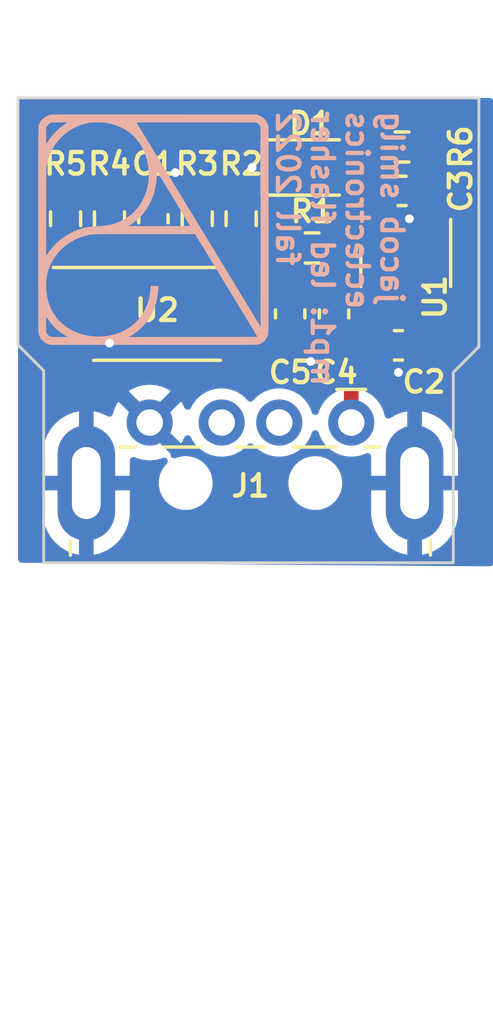
<source format=kicad_pcb>
(kicad_pcb (version 20211014) (generator pcbnew)
  (layers (0 "F.Cu" signal) (31 "B.Cu" signal) (34 "B.Paste" user) (35 "F.Paste" user) (36 "B.SilkS" user "B.Silkscreen") (37 "F.SilkS" user "F.Silkscreen") (38 "B.Mask" user) (39 "F.Mask" user) (44 "Edge.Cuts" user))
  (net 0 "")
  (net 1 "GND")
  (net 2 "+5V")
  (net 3 "Net-(D1-Pad2)")
  (net 6 "Net-(R1-Pad2)")
  (net 7 "/Vref")
  (net 8 "Net-(R3-Pad2)")
  (net 9 "Net-(C1-Pad1)")
  (net 10 "Net-(R4-Pad2)")
  (net 11 "/Vcc")
  (footprint "Package_SO:TSSOP-8_4.4x3mm_P0.65mm" (layer "F.Cu") (at 178.435 97.536)
    (fp_text reference "U2" (at 0 -0.127) (layer "F.SilkS") (effects (font (size 0.75 0.75))))
    (fp_text value "MCP6022")
    (fp_line (start 0 1.61) (end -2.2 1.61) (layer "F.SilkS") (width 0.12))
    (fp_line (start 0 1.61) (end 2.2 1.61) (layer "F.SilkS") (width 0.12))
    (fp_line (start 0 -1.61) (end -3.6 -1.61) (layer "F.SilkS") (width 0.12))
    (fp_line (start 0 -1.61) (end 2.2 -1.61) (layer "F.SilkS") (width 0.12))
    (pad "1" smd roundrect (at -2.8625 -0.975) (size 1.475 0.4) (layers "F.Cu" "F.Paste" "F.Mask") (net 7 "/Vref"))
    (pad "2" smd roundrect (at -2.8625 -0.325) (size 1.475 0.4) (layers "F.Cu" "F.Paste" "F.Mask") (net 7 "/Vref"))
    (pad "3" smd roundrect (at -2.8625 0.325) (size 1.475 0.4) (layers "F.Cu" "F.Paste" "F.Mask") (net 6 "Net-(R1-Pad2)"))
    (pad "4" smd roundrect (at -2.8625 0.975) (size 1.475 0.4) (layers "F.Cu" "F.Paste" "F.Mask") (net 1 "GND"))
    (pad "5" smd roundrect (at 2.8625 0.975) (size 1.475 0.4) (layers "F.Cu" "F.Paste" "F.Mask") (net 10 "Net-(R4-Pad2)"))
    (pad "6" smd roundrect (at 2.8625 0.325) (size 1.475 0.4) (layers "F.Cu" "F.Paste" "F.Mask") (net 9 "Net-(C1-Pad1)"))
    (pad "7" smd roundrect (at 2.8625 -0.325) (size 1.475 0.4) (layers "F.Cu" "F.Paste" "F.Mask") (net 8 "Net-(R3-Pad2)"))
    (pad "8" smd roundrect (at 2.8625 -0.975) (size 1.475 0.4) (layers "F.Cu" "F.Paste" "F.Mask") (net 11 "/Vcc"))
  )
  (footprint "Capacitor_SMD:C_0603_1608Metric" (layer "F.Cu") (at 186.817 98.6282)
    (fp_text reference "C2" (at 0.889 1.27 180) (layer "F.SilkS") (effects (font (size 0.75 0.75))))
    (fp_text value "1μF")
    (fp_line (start -0.14058 -0.51) (end 0.14058 -0.51) (layer "F.SilkS") (width 0.12))
    (fp_line (start -0.14058 0.51) (end 0.14058 0.51) (layer "F.SilkS") (width 0.12))
    (pad "1" smd roundrect (at -0.775 0) (size 0.9 0.95) (layers "F.Cu" "F.Paste" "F.Mask") (net 2 "+5V"))
    (pad "2" smd roundrect (at 0.775 0) (size 0.9 0.95) (layers "F.Cu" "F.Paste" "F.Mask") (net 1 "GND"))
  )
  (footprint "Diode_SMD:D_0805_2012Metric" (layer "F.Cu") (at 183.769 92.456)
    (fp_text reference "D1" (at 0 -1.524) (layer "F.SilkS") (effects (font (size 0.75 0.75))))
    (fp_text value "LED")
    (fp_line (start 1 -0.96) (end -1.685 -0.96) (layer "F.SilkS") (width 0.12))
    (fp_line (start -1.685 -0.96) (end -1.685 0.96) (layer "F.SilkS") (width 0.12))
    (fp_line (start -1.685 0.96) (end 1 0.96) (layer "F.SilkS") (width 0.12))
    (pad "1" smd roundrect (at -0.9375 0) (size 0.975 1.4) (layers "F.Cu" "F.Paste" "F.Mask") (net 1 "GND"))
    (pad "2" smd roundrect (at 0.9375 0) (size 0.975 1.4) (layers "F.Cu" "F.Paste" "F.Mask") (net 3 "Net-(D1-Pad2)"))
  )
  (footprint "Capacitor_SMD:C_0603_1608Metric" (layer "F.Cu") (at 178.308 94.234 90)
    (fp_text reference "C1" (at 1.905 0 180) (layer "F.SilkS") (effects (font (size 0.75 0.75))))
    (fp_text value "0.1μF")
    (fp_line (start -0.14058 0.51) (end 0.14058 0.51) (layer "F.SilkS") (width 0.12))
    (fp_line (start -0.14058 -0.51) (end 0.14058 -0.51) (layer "F.SilkS") (width 0.12))
    (pad "1" smd roundrect (at -0.775 0 90) (size 0.9 0.95) (layers "F.Cu" "F.Paste" "F.Mask") (net 9 "Net-(C1-Pad1)"))
    (pad "2" smd roundrect (at 0.775 0 90) (size 0.9 0.95) (layers "F.Cu" "F.Paste" "F.Mask") (net 1 "GND"))
  )
  (footprint "Resistor_SMD:R_0603_1608Metric" (layer "F.Cu") (at 183.8198 95.25 180)
    (fp_text reference "R1" (at 0 1.27) (layer "F.SilkS") (effects (font (size 0.75 0.75))))
    (fp_text value "10KΩ")
    (fp_line (start -0.237258 -0.5225) (end 0.237258 -0.5225) (layer "F.SilkS") (width 0.12))
    (fp_line (start -0.237258 0.5225) (end 0.237258 0.5225) (layer "F.SilkS") (width 0.12))
    (pad "1" smd roundrect (at -0.825 0 180) (size 0.8 0.95) (layers "F.Cu" "F.Paste" "F.Mask") (net 11 "/Vcc"))
    (pad "2" smd roundrect (at 0.825 0 180) (size 0.8 0.95) (layers "F.Cu" "F.Paste" "F.Mask") (net 6 "Net-(R1-Pad2)"))
  )
  (footprint "Resistor_SMD:R_0603_1608Metric" (layer "F.Cu") (at 175.26 94.234 -90)
    (fp_text reference "R5" (at -1.905 0 180) (layer "F.SilkS") (effects (font (size 0.75 0.75))))
    (fp_text value "20KΩ")
    (fp_line (start -0.237258 0.5225) (end 0.237258 0.5225) (layer "F.SilkS") (width 0.12))
    (fp_line (start -0.237258 -0.5225) (end 0.237258 -0.5225) (layer "F.SilkS") (width 0.12))
    (pad "1" smd roundrect (at -0.825 0 270) (size 0.8 0.95) (layers "F.Cu" "F.Paste" "F.Mask") (net 10 "Net-(R4-Pad2)"))
    (pad "2" smd roundrect (at 0.825 0 270) (size 0.8 0.95) (layers "F.Cu" "F.Paste" "F.Mask") (net 7 "/Vref"))
  )
  (footprint "Resistor_SMD:R_0603_1608Metric" (layer "F.Cu") (at 176.784 94.234 -90)
    (fp_text reference "R4" (at -1.905 0) (layer "F.SilkS") (effects (font (size 0.75 0.75))))
    (fp_text value "9530Ω")
    (fp_line (start -0.237258 0.5225) (end 0.237258 0.5225) (layer "F.SilkS") (width 0.12))
    (fp_line (start -0.237258 -0.5225) (end 0.237258 -0.5225) (layer "F.SilkS") (width 0.12))
    (pad "1" smd roundrect (at -0.825 0 270) (size 0.8 0.95) (layers "F.Cu" "F.Paste" "F.Mask") (net 8 "Net-(R3-Pad2)"))
    (pad "2" smd roundrect (at 0.825 0 270) (size 0.8 0.95) (layers "F.Cu" "F.Paste" "F.Mask") (net 10 "Net-(R4-Pad2)"))
  )
  (footprint "Resistor_SMD:R_0603_1608Metric" (layer "F.Cu") (at 181.356 94.234 90)
    (fp_text reference "R2" (at 1.905 0 180) (layer "F.SilkS") (effects (font (size 0.75 0.75))))
    (fp_text value "14.3KΩ")
    (fp_line (start -0.237258 0.5225) (end 0.237258 0.5225) (layer "F.SilkS") (width 0.12))
    (fp_line (start -0.237258 -0.5225) (end 0.237258 -0.5225) (layer "F.SilkS") (width 0.12))
    (pad "1" smd roundrect (at -0.825 0 90) (size 0.8 0.95) (layers "F.Cu" "F.Paste" "F.Mask") (net 6 "Net-(R1-Pad2)"))
    (pad "2" smd roundrect (at 0.825 0 90) (size 0.8 0.95) (layers "F.Cu" "F.Paste" "F.Mask") (net 1 "GND"))
  )
  (footprint "Package_TO_SOT_SMD:SOT-23" (layer "F.Cu") (at 187.071 95.9358 -90)
    (fp_text reference "U1" (at 1.016 -1.016 90) (layer "F.SilkS") (effects (font (size 0.75 0.75))))
    (fp_text value "MCP1702-3302E_SOT23")
    (fp_line (start 0 1.56) (end -0.65 1.56) (layer "F.SilkS") (width 0.12))
    (fp_line (start 0 -1.56) (end -1.675 -1.56) (layer "F.SilkS") (width 0.12))
    (fp_line (start 0 -1.56) (end 0.65 -1.56) (layer "F.SilkS") (width 0.12))
    (fp_line (start 0 1.56) (end 0.65 1.56) (layer "F.SilkS") (width 0.12))
    (pad "1" smd roundrect (at -0.9375 -0.95 270) (size 1.475 0.6) (layers "F.Cu" "F.Paste" "F.Mask") (net 1 "GND"))
    (pad "2" smd roundrect (at -0.9375 0.95 270) (size 1.475 0.6) (layers "F.Cu" "F.Paste" "F.Mask") (net 11 "/Vcc"))
    (pad "3" smd roundrect (at 0.9375 0 270) (size 1.475 0.6) (layers "F.Cu" "F.Paste" "F.Mask") (net 2 "+5V"))
  )
  (footprint "Capacitor_SMD:C_0603_1608Metric" (layer "F.Cu") (at 186.944 93.2688)
    (fp_text reference "C3" (at 2.032 0 270) (layer "F.SilkS") (effects (font (size 0.75 0.75))))
    (fp_text value "1μF")
    (fp_line (start -0.14058 0.51) (end 0.14058 0.51) (layer "F.SilkS") (width 0.12))
    (fp_line (start -0.14058 -0.51) (end 0.14058 -0.51) (layer "F.SilkS") (width 0.12))
    (pad "1" smd roundrect (at -0.775 0) (size 0.9 0.95) (layers "F.Cu" "F.Paste" "F.Mask") (net 11 "/Vcc"))
    (pad "2" smd roundrect (at 0.775 0) (size 0.9 0.95) (layers "F.Cu" "F.Paste" "F.Mask") (net 1 "GND"))
  )
  (footprint "Resistor_SMD:R_0603_1608Metric" (layer "F.Cu") (at 186.944 91.7448 180)
    (fp_text reference "R6" (at -2.032 0 270) (layer "F.SilkS") (effects (font (size 0.75 0.75))))
    (fp_text value "69.8Ω")
    (fp_line (start -0.237258 0.5225) (end 0.237258 0.5225) (layer "F.SilkS") (width 0.12))
    (fp_line (start -0.237258 -0.5225) (end 0.237258 -0.5225) (layer "F.SilkS") (width 0.12))
    (pad "1" smd roundrect (at -0.825 0 180) (size 0.8 0.95) (layers "F.Cu" "F.Paste" "F.Mask") (net 8 "Net-(R3-Pad2)"))
    (pad "2" smd roundrect (at 0.825 0 180) (size 0.8 0.95) (layers "F.Cu" "F.Paste" "F.Mask") (net 3 "Net-(D1-Pad2)"))
  )
  (footprint "Capacitor_SMD:C_0603_1608Metric" (layer "F.Cu") (at 184.5818 97.536 -90)
    (fp_text reference "C4" (at 2.032 -0.0762 180) (layer "F.SilkS") (effects (font (size 0.75 0.75))))
    (fp_text value "1μF")
    (fp_line (start -0.14058 0.51) (end 0.14058 0.51) (layer "F.SilkS") (width 0.12))
    (fp_line (start -0.14058 -0.51) (end 0.14058 -0.51) (layer "F.SilkS") (width 0.12))
    (pad "1" smd roundrect (at -0.775 0 270) (size 0.9 0.95) (layers "F.Cu" "F.Paste" "F.Mask") (net 11 "/Vcc"))
    (pad "2" smd roundrect (at 0.775 0 270) (size 0.9 0.95) (layers "F.Cu" "F.Paste" "F.Mask") (net 1 "GND"))
  )
  (footprint "MP1:USB_A_Molex_48037" (layer "F.Cu") (at 181.679 103.407)
    (fp_text reference "J1" (at 0 0.098) (layer "F.SilkS") (effects (font (size 0.75 0.75))))
    (fp_text value "USB_A")
    (fp_line (start -6.25 2.5) (end -6.25 2) (layer "F.SilkS") (width 0.12))
    (fp_line (start 6.25 2.5) (end 6.25 2) (layer "F.SilkS") (width 0.12))
    (fp_line (start -4 -1.25) (end -4.5 -1.25) (layer "F.SilkS") (width 0.12))
    (fp_line (start -0.5 -1.25) (end 0.5 -1.25) (layer "F.SilkS") (width 0.12))
    (fp_line (start 3 -3.25) (end 4 -3.25) (layer "F.SilkS") (width 0.12))
    (fp_line (start -3 -1.25) (end -1.75 -1.25) (layer "F.SilkS") (width 0.12))
    (fp_line (start 1.5 -1.25) (end 3 -1.25) (layer "F.SilkS") (width 0.12))
    (fp_line (start 4 -1.25) (end 4.5 -1.25) (layer "F.SilkS") (width 0.12))
    (pad "" np_thru_hole circle (at 2.25 0) (size 1.1 1.1) (drill 1.1) (layers F&B.Cu *.Mask))
    (pad "" np_thru_hole circle (at -2.25 0) (size 1.1 1.1) (drill 1.1) (layers F&B.Cu *.Mask))
    (pad "1" thru_hole circle (at 3.5 -2.1) (size 1.6 1.6) (drill 0.92) (layers *.Cu *.Mask) (net 2 "+5V"))
    (pad "2" thru_hole circle (at 1 -2.1) (size 1.6 1.6) (drill 0.92) (layers *.Cu *.Mask))
    (pad "3" thru_hole circle (at -1 -2.1) (size 1.6 1.6) (drill 0.92) (layers *.Cu *.Mask))
    (pad "4" thru_hole circle (at -3.5 -2.1) (size 1.6 1.6) (drill 0.92) (layers *.Cu *.Mask) (net 1 "GND"))
    (pad "5" thru_hole roundrect (at 5.7 0) (size 2 4) (drill oval 1 2.5) (layers *.Cu *.Mask) (roundrect_rratio 0.5) (net 1 "GND"))
    (pad "5" thru_hole roundrect (at -5.7 0) (size 2 4) (drill oval 1 2.5) (layers *.Cu *.Mask) (roundrect_rratio 0.5) (net 1 "GND"))
  )
  (footprint "Resistor_SMD:R_0603_1608Metric" (layer "F.Cu") (at 179.832 94.234 -90)
    (fp_text reference "R3" (at -1.905 0) (layer "F.SilkS") (effects (font (size 0.75 0.75))))
    (fp_text value "3.01MΩ")
    (fp_line (start -0.237258 0.5225) (end 0.237258 0.5225) (layer "F.SilkS") (width 0.12))
    (fp_line (start -0.237258 -0.5225) (end 0.237258 -0.5225) (layer "F.SilkS") (width 0.12))
    (pad "1" smd roundrect (at -0.825 0 270) (size 0.8 0.95) (layers "F.Cu" "F.Paste" "F.Mask") (net 9 "Net-(C1-Pad1)"))
    (pad "2" smd roundrect (at 0.825 0 270) (size 0.8 0.95) (layers "F.Cu" "F.Paste" "F.Mask") (net 8 "Net-(R3-Pad2)"))
  )
  (footprint "Capacitor_SMD:C_0603_1608Metric" (layer "F.Cu") (at 183.0578 97.536 -90)
    (fp_text reference "C5" (at 2.032 0 180) (layer "F.SilkS") (effects (font (size 0.75 0.75))))
    (fp_text value "0.1μF")
    (fp_line (start -0.14058 -0.51) (end 0.14058 -0.51) (layer "F.SilkS") (width 0.12))
    (fp_line (start -0.14058 0.51) (end 0.14058 0.51) (layer "F.SilkS") (width 0.12))
    (pad "1" smd roundrect (at -0.775 0 270) (size 0.9 0.95) (layers "F.Cu" "F.Paste" "F.Mask") (net 11 "/Vcc"))
    (pad "2" smd roundrect (at 0.775 0 270) (size 0.9 0.95) (layers "F.Cu" "F.Paste" "F.Mask") (net 1 "GND"))
  )
  (footprint "LOGO" (layer "B.Cu") (at 178.308 94.615 90)
    (fp_text reference "G***" hide)
    (fp_text value "LOGO" hide)
    (fp_poly (pts (xy -1.819928 4.000274) (xy -1.635099 4.000215) (xy -1.43809 4.000127) (xy -1.228501 4.000016) (xy -1.005932 3.999887) (xy -0.76998 3.999743) (xy -0.520247 3.99959) (xy -0.25633 3.999432) (xy 0.022171 3.999274) (xy 0.022478 3.999274) (xy 3.585222 3.997315) (xy 3.645163 3.976902) (xy 3.72842 3.94112) (xy 3.802 3.893987) (xy 3.865426 3.835978) (xy 3.918223 3.767571) (xy 3.959913 3.68924) (xy 3.976903 3.645162) (xy 3.997316 3.585221) (xy 3.99936 0.041209) (xy 3.999516 -0.235332) (xy 3.999657 -0.497286) (xy 3.999781 -0.745052) (xy 3.999888 -0.979028) (xy 3.999976 -1.199613) (xy 4.000044 -1.407206) (xy 4.000092 -1.602204) (xy 4.000117 -1.785006) (xy 4.000119 -1.956012) (xy 4.000097 -2.115619) (xy 4.00005 -2.264225) (xy 3.999976 -2.40223) (xy 3.999875 -2.530032) (xy 3.999745 -2.64803) (xy 3.999586 -2.756621) (xy 3.999395 -2.856205) (xy 3.999173 -2.947179) (xy 3.998918 -3.029943) (xy 3.998629 -3.104896) (xy 3.998305 -3.172434) (xy 3.997944 -3.232958) (xy 3.997546 -3.286865) (xy 3.99711 -3.334554) (xy 3.996634 -3.376424) (xy 3.996118 -3.412873) (xy 3.99556 -3.444299) (xy 3.994959 -3.471101) (xy 3.994314 -3.493678) (xy 3.993624 -3.512428) (xy 3.992888 -3.52775) (xy 3.992105 -3.540042) (xy 3.991273 -3.549702) (xy 3.990392 -3.55713) (xy 3.989461 -3.562723) (xy 3.989457 -3.562744) (xy 3.9678 -3.644671) (xy 3.936581 -3.717402) (xy 3.894033 -3.784245) (xy 3.83839 -3.848508) (xy 3.834999 -3.851948) (xy 3.801612 -3.883822) (xy 3.771245 -3.907944) (xy 3.737992 -3.928599) (xy 3.707624 -3.944385) (xy 3.699353 -3.948739) (xy 3.692386 -3.952866) (xy 3.686322 -3.95677) (xy 3.680758 -3.960458) (xy 3.675295 -3.963937) (xy 3.66953 -3.967212) (xy 3.663064 -3.970289) (xy 3.655493 -3.973174) (xy 3.646418 -3.975873) (xy 3.635437 -3.978393) (xy 3.622148 -3.980739) (xy 3.606151 -3.982918) (xy 3.587045 -3.984935) (xy 3.564427 -3.986796) (xy 3.537897 -3.988508) (xy 3.507054 -3.990077) (xy 3.471497 -3.991509) (xy 3.430823 -3.992809) (xy 3.384633 -3.993983) (xy 3.332524 -3.995039) (xy 3.274096 -3.995981) (xy 3.208947 -3.996816) (xy 3.136676 -3.99755) (xy 3.056882 -3.998189) (xy 2.969164 -3.998739) (xy 2.87312 -3.999206) (xy 2.768349 -3.999596) (xy 2.654451 -3.999915) (xy 2.531023 -4.00017) (xy 2.397664 -4.000365) (xy 2.253974 -4.000508) (xy 2.099551 -4.000604) (xy 1.933994 -4.000659) (xy 1.756901 -4.00068) (xy 1.567872 -4.000672) (xy 1.366505 -4.000641) (xy 1.152399 -4.000594) (xy 0.925153 -4.000537) (xy 0.684365 -4.000475) (xy 0.429635 -4.000415) (xy 0.160561 -4.000362) (xy -0.007492 -4.000337) (xy -0.289594 -4.000294) (xy -0.557075 -4.00024) (xy -0.810301 -4.000174) (xy -1.049637 -4.000095) (xy -1.275446 -4.000003) (xy -1.488095 -3.999895) (xy -1.687949 -3.999771) (xy -1.875371 -3.99963) (xy -2.050727 -3.999471) (xy -2.214383 -3.999293) (xy -2.366702 -3.999094) (xy -2.50805 -3.998875) (xy -2.638791 -3.998632) (xy -2.759291 -3.998366) (xy -2.869915 -3.998076) (xy -2.971026 -3.99776) (xy -3.062992 -3.997418) (xy -3.146175 -3.997047) (xy -3.220941 -3.996648) (xy -3.287655 -3.99622) (xy -3.346683 -3.99576) (xy -3.398388 -3.995268) (xy -3.443135 -3.994744) (xy -3.48129 -3.994185) (xy -3.513218 -3.993592) (xy -3.539283 -3.992962) (xy -3.559851 -3.992295) (xy -3.575286 -3.991589) (xy -3.585953 -3.990845) (xy -3.592217 -3.99006) (xy -3.592713 -3.989958) (xy -3.679028 -3.963737) (xy -3.756914 -3.925288) (xy -3.825732 -3.875186) (xy -3.884841 -3.814004) (xy -3.933602 -3.742316) (xy -3.941993 -3.724185) (xy -0.908821 -3.724185) (xy 2.139145 -3.719321) (xy 2.154201 -3.716404) (xy 2.984137 -3.716404) (xy 2.990757 -3.71836) (xy 3.005834 -3.719934) (xy 3.03044 -3.721163) (xy 3.065647 -3.722084) (xy 3.11253 -3.722737) (xy 3.17216 -3.723157) (xy 3.245611 -3.723383) (xy 3.252476 -3.723395) (xy 3.534126 -3.723835) (xy 3.579652 -3.701086) (xy 3.630872 -3.667585) (xy 3.672124 -3.623087) (xy 3.700345 -3.574882) (xy 3.720089 -3.532773) (xy 3.722313 -3.25586) (xy 3.724537 -2.978946) (xy 3.664889 -3.068544) (xy 3.61832 -3.13634) (xy 3.573375 -3.196756) (xy 3.526836 -3.253688) (xy 3.475484 -3.311035) (xy 3.416102 -3.372692) (xy 3.401924 -3.386938) (xy 3.345627 -3.441931) (xy 3.292437 -3.490804) (xy 3.239558 -3.535751) (xy 3.184192 -3.578968) (xy 3.123542 -3.622647) (xy 3.054812 -3.668982) (xy 2.984899 -3.714029) (xy 2.984137 -3.716404) (xy 2.154201 -3.716404) (xy 2.223706 -3.702938) (xy 2.383049 -3.666529) (xy 2.531769 -3.620844) (xy 2.671548 -3.565159) (xy 2.804068 -3.498751) (xy 2.931009 -3.420897) (xy 3.009732 -3.365006) (xy 3.138359 -3.259713) (xy 3.255263 -3.145269) (xy 3.360149 -3.022155) (xy 3.452723 -2.890846) (xy 3.532693 -2.751822) (xy 3.599763 -2.60556) (xy 3.653641 -2.452538) (xy 3.694033 -2.293234) (xy 3.705518 -2.232698) (xy 3.711679 -2.186444) (xy 3.716521 -2.128628) (xy 3.719993 -2.06262) (xy 3.722044 -1.991788) (xy 3.722622 -1.919504) (xy 3.721676 -1.849135) (xy 3.719154 -1.784053) (xy 3.715005 -1.727625) (xy 3.713444 -1.712965) (xy 3.691584 -1.565337) (xy 3.6611 -1.427629) (xy 3.621176 -1.296967) (xy 3.570993 -1.17048) (xy 3.540455 -1.105163) (xy 3.48225 -0.995395) (xy 3.420413 -0.896749) (xy 3.352161 -0.805387) (xy 3.274711 -0.717467) (xy 3.217689 -0.659931) (xy 3.101303 -0.556799) (xy 2.97722 -0.465598) (xy 2.844962 -0.386102) (xy 2.704053 -0.318089) (xy 2.554018 -0.261333) (xy 2.394381 -0.21561) (xy 2.224665 -0.180697) (xy 2.187847 -0.17474) (xy 2.131648 -0.168156) (xy 2.064224 -0.163652) (xy 1.989187 -0.161204) (xy 1.910148 -0.160787) (xy 1.830718 -0.162379) (xy 1.75451 -0.165956) (xy 1.685136 -0.171493) (xy 1.629646 -0.178423) (xy 1.463697 -0.211024) (xy 1.305204 -0.255812) (xy 1.15464 -0.312391) (xy 1.012476 -0.380365) (xy 0.879183 -0.459337) (xy 0.755232 -0.548912) (xy 0.641095 -0.648694) (xy 0.537242 -0.758286) (xy 0.444145 -0.877293) (xy 0.362275 -1.005319) (xy 0.292103 -1.141967) (xy 0.234101 -1.286841) (xy 0.206102 -1.374897) (xy 0.18715 -1.444125) (xy 0.171363 -1.510612) (xy 0.158318 -1.577184) (xy 0.147595 -1.646666) (xy 0.138773 -1.721882) (xy 0.131431 -1.805658) (xy 0.125148 -1.90082) (xy 0.123572 -1.928952) (xy 0.117954 -2.021881) (xy 0.11165 -2.102772) (xy 0.10423 -2.174573) (xy 0.095262 -2.240229) (xy 0.084316 -2.302687) (xy 0.07096 -2.364894) (xy 0.054764 -2.429794) (xy 0.045028 -2.465758) (xy -0.008862 -2.632675) (xy -0.076432 -2.794292) (xy -0.15704 -2.949724) (xy -0.250047 -3.098086) (xy -0.354811 -3.238495) (xy -0.470693 -3.370064) (xy -0.597052 -3.491911) (xy -0.733246 -3.60315) (xy -0.826273 -3.669033) (xy -0.908821 -3.724185) (xy -3.941993 -3.724185) (xy -3.971376 -3.660697) (xy -3.976902 -3.645163) (xy -3.997315 -3.585222) (xy -3.99764 -2.979679) (xy -3.723834 -2.979679) (xy -3.723834 -3.257818) (xy -3.7238 -3.330047) (xy -3.723641 -3.388942) (xy -3.723275 -3.436156) (xy -3.722619 -3.47334) (xy -3.721592 -3.502147) (xy -3.720109 -3.524229) (xy -3.718089 -3.541237) (xy -3.715449 -3.554823) (xy -3.712106 -3.566639) (xy -3.707978 -3.578337) (xy -3.707776 -3.578878) (xy -3.683276 -3.624835) (xy -3.647767 -3.665174) (xy -3.604873 -3.696219) (xy -3.581006 -3.707412) (xy -3.569396 -3.71159) (xy -3.557467 -3.714956) (xy -3.54351 -3.7176) (xy -3.525819 -3.719612) (xy -3.502688 -3.721083) (xy -3.472411 -3.722104) (xy -3.43328 -3.722765) (xy -3.383589 -3.723156) (xy -3.321631 -3.723367) (xy -3.278393 -3.723445) (xy -3.01652 -3.723835) (xy -3.104162 -3.664615) (xy -3.24028 -3.564093) (xy -3.364836 -3.454165) (xy -3.478348 -3.334283) (xy -3.581331 -3.2039) (xy -3.674305 -3.06247) (xy -3.674934 -3.061418) (xy -3.723834 -2.979679) (xy -3.99764 -2.979679) (xy -3.998783 -0.850413) (xy -3.723723 -0.850413) (xy -3.690949 -0.793039) (xy -3.615267 -0.672684) (xy -3.527419 -0.554472) (xy -3.430156 -0.441986) (xy -3.386666 -0.396816) (xy -3.26394 -0.284007) (xy -3.132169 -0.183057) (xy -2.991673 -0.094127) (xy -2.842774 -0.017378) (xy -2.685792 0.047028) (xy -2.521049 0.09893) (xy -2.348865 0.138167) (xy -2.307666 0.14548) (xy -2.273397 0.150721) (xy -2.232476 0.156151) (xy -2.187353 0.161534) (xy -2.140477 0.166638) (xy -2.094297 0.171228) (xy -2.051263 0.17507) (xy -2.013823 0.17793) (xy -1.984428 0.179573) (xy -1.965526 0.179766) (xy -1.959629 0.178747) (xy -1.958539 0.170771) (xy -1.957047 0.150227) (xy -1.955293 0.119522) (xy -1.953414 0.081063) (xy -1.951631 0.039336) (xy -1.946169 -0.097405) (xy -1.987541 -0.097405) (xy -2.045912 -0.099572) (xy -2.114674 -0.105677) (xy -2.189932 -0.115128) (xy -2.267795 -0.127332) (xy -2.344368 -0.141694) (xy -2.415758 -0.157621) (xy -2.461327 -0.169601) (xy -2.615958 -0.220861) (xy -2.761772 -0.284186) (xy -2.898511 -0.359339) (xy -3.025914 -0.44608) (xy -3.143723 -0.544174) (xy -3.251677 -0.653383) (xy -3.349517 -0.773469) (xy -3.436984 -0.904194) (xy -3.513817 -1.045322) (xy -3.577529 -1.190874) (xy -3.629112 -1.343139) (xy -3.667902 -1.501601) (xy -3.693831 -1.664536) (xy -3.706827 -1.830226) (xy -3.706823 -1.996948) (xy -3.693749 -2.162982) (xy -3.667535 -2.326606) (xy -3.629544 -2.481196) (xy -3.577171 -2.63668) (xy -3.513058 -2.783831) (xy -3.437673 -2.92215) (xy -3.351485 -3.051137) (xy -3.254961 -3.170292) (xy -3.148572 -3.279115) (xy -3.032784 -3.377107) (xy -2.908066 -3.463767) (xy -2.774887 -3.538597) (xy -2.633715 -3.601097) (xy -2.552726 -3.63007) (xy -2.479425 -3.652639) (xy -2.406832 -3.671607) (xy -2.331388 -3.687701) (xy -2.249533 -3.701647) (xy -2.157706 -3.714171) (xy -2.116666 -3.719028) (xy -2.085305 -3.72133) (xy -2.042298 -3.722702) (xy -1.990952 -3.7232) (xy -1.934575 -3.722882) (xy -1.876472 -3.721803) (xy -1.819952 -3.720019) (xy -1.76832 -3.717586) (xy -1.724885 -3.714561) (xy -1.69964 -3.711933) (xy -1.546007 -3.684698) (xy -1.396208 -3.643308) (xy -1.251001 -3.588275) (xy -1.111144 -3.520111) (xy -0.977394 -3.439328) (xy -0.850509 -3.346438) (xy -0.731247 -3.241951) (xy -0.620365 -3.126381) (xy -0.518622 -3.000237) (xy -0.426774 -2.864033) (xy -0.414791 -2.844262) (xy -0.346838 -2.72098) (xy -0.290341 -2.596642) (xy -0.243476 -2.46684) (xy -0.209857 -2.348939) (xy -0.20386 -2.325767) (xy -0.198303 -2.3047) (xy -0.193169 -2.285128) (xy -0.188443 -2.266442) (xy -0.184106 -2.248032) (xy -0.180143 -2.229289) (xy -0.176536 -2.209603) (xy -0.173269 -2.188365) (xy -0.170326 -2.164965) (xy -0.167689 -2.138793) (xy -0.165341 -2.109241) (xy -0.163267 -2.075699) (xy -0.161449 -2.037556) (xy -0.159871 -1.994205) (xy -0.158516 -1.945034) (xy -0.157367 -1.889435) (xy -0.156407 -1.826799) (xy -0.155621 -1.756515) (xy -0.15499 -1.677974) (xy -0.154499 -1.590566) (xy -0.154131 -1.493683) (xy -0.153869 -1.386715) (xy -0.153696 -1.269051) (xy -0.153596 -1.140084) (xy -0.153551 -0.999202) (xy -0.153546 -0.856922) (xy 0.127375 -0.856922) (xy 0.1842 -0.771249) (xy 0.211473 -0.731398) (xy 0.242299 -0.688362) (xy 0.272666 -0.647646) (xy 0.295846 -0.618077) (xy 0.329951 -0.578393) (xy 0.372095 -0.532936) (xy 0.419365 -0.484556) (xy 0.468845 -0.436103) (xy 0.517624 -0.390425) (xy 0.562788 -0.350372) (xy 0.601423 -0.318793) (xy 0.603454 -0.317242) (xy 0.748742 -0.216167) (xy 0.901491 -0.127989) (xy 1.061169 -0.05293) (xy 1.227247 0.00879) (xy 1.399194 0.056951) (xy 1.57648 0.091331) (xy 1.590465 0.093419) (xy 1.643231 0.100175) (xy 1.702584 0.106183) (xy 1.765 0.111224) (xy 1.826957 0.115084) (xy 1.884929 0.117544) (xy 1.935395 0.118387) (xy 1.97483 0.117398) (xy 1.977455 0.11723) (xy 2.0076 0.115454) (xy 2.024831 0.115348) (xy 2.031151 0.117145) (xy 2.028564 0.121074) (xy 2.026157 0.122836) (xy 2.017198 0.128493) (xy 1.996463 0.141288) (xy 1.964813 0.160695) (xy 1.923108 0.186193) (xy 1.872212 0.217259) (xy 1.812986 0.253368) (xy 1.74629 0.293998) (xy 1.672987 0.338625) (xy 1.593937 0.386727) (xy 1.510003 0.43778) (xy 1.422046 0.491261) (xy 1.330928 0.546647) (xy 1.237509 0.603414) (xy 1.142652 0.66104) (xy 1.047218 0.719001) (xy 0.952069 0.776774) (xy 0.858065 0.833836) (xy 0.766069 0.889664) (xy 0.676942 0.943734) (xy 0.591545 0.995523) (xy 0.510741 1.044508) (xy 0.43539 1.090167) (xy 0.366353 1.131975) (xy 0.304494 1.169409) (xy 0.250672 1.201947) (xy 0.20575 1.229065) (xy 0.170589 1.25024) (xy 0.146051 1.264948) (xy 0.132996 1.272667) (xy 0.131028 1.273746) (xy 0.1306 1.266393) (xy 0.130185 1.244897) (xy 0.129788 1.210098) (xy 0.12941 1.162837) (xy 0.129056 1.103956) (xy 0.128727 1.034297) (xy 0.128427 0.954699) (xy 0.128159 0.866005) (xy 0.127926 0.769056) (xy 0.127729 0.664692) (xy 0.127573 0.553756) (xy 0.12746 0.437089) (xy 0.127394 0.315531) (xy 0.127375 0.208412) (xy 0.127375 -0.856922) (xy -0.153546 -0.856922) (xy -0.153546 -0.845797) (xy -0.153563 -0.679259) (xy -0.153586 -0.498979) (xy -0.153598 -0.304347) (xy -0.153598 1.44886) (xy -1.925604 2.526272) (xy -2.075417 2.617337) (xy -2.221918 2.706341) (xy -2.36459 2.792973) (xy -2.502913 2.876918) (xy -2.636372 2.957864) (xy -2.764448 3.035499) (xy -2.886623 3.109509) (xy -3.00238 3.179582) (xy -3.1112 3.245404) (xy -3.212567 3.306664) (xy -3.305962 3.363047) (xy -3.390868 3.414242) (xy -3.466767 3.459935) (xy -3.533142 3.499814) (xy -3.589473 3.533566) (xy -3.635245 3.560877) (xy -3.669938 3.581436) (xy -3.693036 3.594929) (xy -3.704021 3.601043) (xy -3.704896 3.601389) (xy -3.712271 3.593161) (xy -3.717261 3.580919) (xy -3.71768 3.572019) (xy -3.718095 3.548726) (xy -3.718503 3.511628) (xy -3.718904 3.461319) (xy -3.719296 3.398388) (xy -3.719677 3.323427) (xy -3.720046 3.237026) (xy -3.720401 3.139777) (xy -3.720741 3.03227) (xy -3.721064 2.915097) (xy -3.721369 2.788848) (xy -3.721654 2.654115) (xy -3.721918 2.511488) (xy -3.722158 2.361559) (xy -3.722375 2.204918) (xy -3.722565 2.042156) (xy -3.722728 1.873864) (xy -3.722862 1.700634) (xy -3.722965 1.523056) (xy -3.723032 1.356165) (xy -3.723723 -0.850413) (xy -3.998783 -0.850413) (xy -3.999235 -0.009109) (xy -3.999389 0.269652) (xy -3.999544 0.533828) (xy -3.999693 0.783817) (xy -3.999833 1.020019) (xy -3.999958 1.242833) (xy -4.000066 1.452659) (xy -4.000151 1.649896) (xy -4.000208 1.834943) (xy -4.000234 2.0082) (xy -4.000224 2.170065) (xy -4.000173 2.32094) (xy -4.000078 2.461222) (xy -3.999933 2.591311) (xy -3.999734 2.711607) (xy -3.999477 2.822508) (xy -3.999158 2.924415) (xy -3.998771 3.017727) (xy -3.998313 3.102842) (xy -3.997779 3.180161) (xy -3.997164 3.250083) (xy -3.996465 3.313006) (xy -3.995676 3.369332) (xy -3.994793 3.419458) (xy -3.993813 3.463784) (xy -3.99273 3.50271) (xy -3.99154 3.536635) (xy -3.990238 3.565958) (xy -3.988821 3.591078) (xy -3.987283 3.612396) (xy -3.985621 3.630311) (xy -3.983829 3.645221) (xy -3.981904 3.657526) (xy -3.97984 3.667625) (xy -3.977635 3.675919) (xy -3.975282 3.682806) (xy -3.972778 3.688685) (xy -3.970118 3.693957) (xy -3.967298 3.69902) (xy -3.964314 3.704273) (xy -3.96116 3.710117) (xy -3.957868 3.716874) (xy -3.956036 3.720088) (xy -3.359868 3.720088) (xy -0.44927 1.950673) (xy -0.250708 1.829963) (xy -0.052754 1.709621) (xy 0.144067 1.589967) (xy 0.339228 1.471321) (xy 0.532203 1.354002) (xy 0.722466 1.238333) (xy 0.909489 1.124631) (xy 1.092746 1.013218) (xy 1.271712 0.904413) (xy 1.445859 0.798537) (xy 1.614662 0.695909) (xy 1.777593 0.596849) (xy 1.934126 0.501679) (xy 2.083735 0.410717) (xy 2.225894 0.324284) (xy 2.360075 0.2427) (xy 2.485754 0.166284) (xy 2.602402 0.095358) (xy 2.709494 0.030241) (xy 2.806503 -0.028747) (xy 2.892903 -0.081286) (xy 2.968167 -0.127056) (xy 3.031769 -0.165736) (xy 3.083182 -0.197007) (xy 3.090708 -0.201585) (xy 3.720089 -0.584429) (xy 3.722024 -0.09928) (xy 3.722208 -0.042882) (xy 3.722367 0.0275) (xy 3.722503 0.110865) (xy 3.722615 0.20621) (xy 3.722703 0.312536) (xy 3.722766 0.42884) (xy 3.722806 0.554121) (xy 3.722822 0.687378) (xy 3.722814 0.827609) (xy 3.722781 0.973813) (xy 3.722725 1.124989) (xy 3.722645 1.280135) (xy 3.722541 1.43825) (xy 3.722412 1.598333) (xy 3.72226 1.759382) (xy 3.722084 1.920396) (xy 3.722024 1.97056) (xy 3.720089 3.55525) (xy 3.699028 3.59814) (xy 3.667534 3.64578) (xy 3.625308 3.683389) (xy 3.576148 3.708797) (xy 3.572895 3.70998) (xy 3.569361 3.711099) (xy 3.565139 3.712156) (xy 3.559821 3.713152) (xy 3.552997 3.714088) (xy 3.544261 3.714967) (xy 3.533204 3.71579) (xy 3.519419 3.716558) (xy 3.502496 3.717273) (xy 3.482029 3.717936) (xy 3.457609 3.718549) (xy 3.428828 3.719114) (xy 3.395277 3.719632) (xy 3.35655 3.720104) (xy 3.312238 3.720532) (xy 3.261933 3.720919) (xy 3.205226 3.721264) (xy 3.141711 3.72157) (xy 3.070978 3.721838) (xy 2.99262 3.72207) (xy 2.906229 3.722268) (xy 2.811396 3.722432) (xy 2.707714 3.722565) (xy 2.594775 3.722668) (xy 2.47217 3.722742) (xy 2.339492 3.72279) (xy 2.196332 3.722812) (xy 2.042283 3.72281) (xy 1.876936 3.722786) (xy 1.699884 3.722741) (xy 1.510718 3.722677) (xy 1.30903 3.722595) (xy 1.094413 3.722497) (xy 0.866458 3.722385) (xy 0.624757 3.722259) (xy 0.368902 3.722122) (xy 0.098485 3.721975) (xy 0.088023 3.721969) (xy -3.359868 3.720088) (xy -3.956036 3.720088) (xy -3.916627 3.789214) (xy -3.863774 3.8528) (xy -3.800751 3.90624) (xy -3.728998 3.948138) (xy -3.709865 3.956646) (xy -3.70211 3.960074) (xy -3.695403 3.963323) (xy -3.689341 3.966398) (xy -3.683524 3.969303) (xy -3.677552 3.972043) (xy -3.671023 3.974622) (xy -3.663537 3.977045) (xy -3.654693 3.979317) (xy -3.64409 3.981442) (xy -3.631328 3.983424) (xy -3.616005 3.985269) (xy -3.597721 3.986981) (xy -3.576075 3.988564) (xy -3.550666 3.990023) (xy -3.521094 3.991362) (xy -3.486957 3.992587) (xy -3.447855 3.993702) (xy -3.403388 3.994711) (xy -3.353153 3.995618) (xy -3.296751 3.99643) (xy -3.233781 3.997149) (xy -3.163842 3.997781) (xy -3.086533 3.99833) (xy -3.001453 3.998801) (xy -2.908202 3.999198) (xy -2.806379 3.999526) (xy -2.695583 3.99979) (xy -2.575413 3.999994) (xy -2.445468 4.000142) (xy -2.305348 4.00024) (xy -2.154652 4.000291) (xy -1.992979 4.000301)) (layer "B.SilkS") (width 0) (fill solid))
  )
  (gr_line (start 188.722 106.172) (end 188.722 99.568) (layer "Edge.Cuts") (width 0.1))
  (gr_line (start 174.498 99.5045) (end 174.498 106.172) (layer "Edge.Cuts") (width 0.1))
  (gr_line (start 173.609 90.043) (end 173.609 98.6155) (layer "Edge.Cuts") (width 0.1))
  (gr_line (start 188.722 99.568) (end 189.611 98.679) (layer "Edge.Cuts") (width 0.1))
  (gr_line (start 174.498 106.172) (end 188.722 106.172) (layer "Edge.Cuts") (width 0.1))
  (gr_line (start 173.609 98.6155) (end 174.498 99.5045) (layer "Edge.Cuts") (width 0.1))
  (gr_line (start 189.611 98.679) (end 189.611 90.043) (layer "Edge.Cuts") (width 0.1))
  (gr_line (start 189.611 90.043) (end 173.609 90.043) (layer "Edge.Cuts") (width 0.1))
  (gr_text "jacob smilg\neclectronics\nmp1: led flasher\nfall 2022" (at 184.785 90.424 270) (layer "B.SilkS") (effects (font (size 0.75 0.75)) (justify right mirror)))
  (segment (start 187.719 93.713) (end 187.198 94.234) (width 0.508) (layer "F.Cu") (net 1))
  (segment (start 176.743 98.511) (end 176.784 98.552) (width 0.508) (layer "F.Cu") (net 1))
  (segment (start 183.0578 98.4758) (end 183.769 99.187) (width 0.508) (layer "F.Cu") (net 1))
  (segment (start 187.719 93.345) (end 187.719 93.713) (width 0.508) (layer "F.Cu") (net 1))
  (segment (start 175.5725 98.511) (end 176.743 98.511) (width 0.508) (layer "F.Cu") (net 1))
  (segment (start 187.198 94.234) (end 187.2567 94.234) (width 0.508) (layer "F.Cu") (net 1))
  (segment (start 178.308 93.459) (end 178.308 93.3953) (width 0.508) (layer "F.Cu") (net 1))
  (segment (start 181.356 93.409) (end 181.356 92.837) (width 0.508) (layer "F.Cu") (net 1))
  (segment (start 187.2567 94.234) (end 188.021 94.9983) (width 0.508) (layer "F.Cu") (net 1))
  (segment (start 184.5818 98.311) (end 184.5818 98.3742) (width 0.508) (layer "F.Cu") (net 1))
  (segment (start 183.0578 98.311) (end 183.0578 98.4758) (width 0.508) (layer "F.Cu") (net 1))
  (segment (start 181.356 92.837) (end 181.737 92.456) (width 0.508) (layer "F.Cu") (net 1))
  (segment (start 187.592 98.793) (end 186.817 99.568) (width 0.508) (layer "F.Cu") (net 1))
  (segment (start 187.592 98.679) (end 187.592 98.793) (width 0.508) (layer "F.Cu") (net 1))
  (segment (start 178.308 93.3953) (end 179.07 92.6333) (width 0.508) (layer "F.Cu") (net 1))
  (segment (start 182.8315 92.456) (end 181.737 92.456) (width 0.508) (layer "F.Cu") (net 1))
  (segment (start 184.5818 98.3742) (end 183.769 99.187) (width 0.508) (layer "F.Cu") (net 1))
  (via (at 183.769 99.187) (size 0.6096) (drill 0.3048) (layers "F.Cu" "B.Cu") (net 1))
  (via (at 186.817 99.568) (size 0.6096) (drill 0.3048) (layers "F.Cu" "B.Cu") (net 1))
  (via (at 176.784 98.552) (size 0.6096) (drill 0.3048) (layers "F.Cu" "B.Cu") (net 1))
  (via (at 179.07 92.6333) (size 0.6096) (drill 0.3048) (layers "F.Cu" "B.Cu") (net 1))
  (via (at 187.198 94.234) (size 0.6096) (drill 0.3048) (layers "F.Cu" "B.Cu") (net 1))
  (via (at 181.737 92.456) (size 0.6096) (drill 0.3048) (layers "F.Cu" "B.Cu") (net 1))
  (segment (start 185.179 101.307) (end 185.179 99.542) (width 0.508) (layer "F.Cu") (net 2))
  (segment (start 185.179 99.542) (end 186.042 98.679) (width 0.508) (layer "F.Cu") (net 2))
  (segment (start 186.042 97.9785) (end 187.071 96.9495) (width 0.508) (layer "F.Cu") (net 2))
  (segment (start 186.042 98.679) (end 186.042 97.9785) (width 0.508) (layer "F.Cu") (net 2))
  (segment (start 186.119 91.821) (end 185.3415 91.821) (width 0.2032) (layer "F.Cu") (net 3))
  (segment (start 185.3415 91.821) (end 184.7065 92.456) (width 0.2032) (layer "F.Cu") (net 3))
  (segment (start 180.561 93.020947) (end 179.615053 92.075) (width 0.2032) (layer "F.Cu") (net 6))
  (segment (start 177.513 93.797053) (end 176.905053 94.405) (width 0.2032) (layer "F.Cu") (net 6))
  (segment (start 176.564 97.629) (end 176.332 97.861) (width 0.2032) (layer "F.Cu") (net 6))
  (segment (start 181.356 95.059) (end 180.561 94.264) (width 0.2032) (layer "F.Cu") (net 6))
  (segment (start 178.529 92.075) (end 177.513 93.091) (width 0.2032) (layer "F.Cu") (net 6))
  (segment (start 176.104999 94.405) (end 176.022 94.487999) (width 0.2032) (layer "F.Cu") (net 6))
  (segment (start 181.547 95.25) (end 181.356 95.059) (width 0.2032) (layer "F.Cu") (net 6))
  (segment (start 179.615053 92.075) (end 178.529 92.075) (width 0.2032) (layer "F.Cu") (net 6))
  (segment (start 176.022 95.772368) (end 176.564 96.314368) (width 0.2032) (layer "F.Cu") (net 6))
  (segment (start 176.564 96.314368) (end 176.564 97.629) (width 0.2032) (layer "F.Cu") (net 6))
  (segment (start 176.332 97.861) (end 175.5725 97.861) (width 0.2032) (layer "F.Cu") (net 6))
  (segment (start 183.071 95.25) (end 181.547 95.25) (width 0.2032) (layer "F.Cu") (net 6))
  (segment (start 177.513 93.091) (end 177.513 93.797053) (width 0.2032) (layer "F.Cu") (net 6))
  (segment (start 176.905053 94.405) (end 176.104999 94.405) (width 0.2032) (layer "F.Cu") (net 6))
  (segment (start 180.561 94.264) (end 180.561 93.020947) (width 0.2032) (layer "F.Cu") (net 6))
  (segment (start 176.022 94.487999) (end 176.022 95.772368) (width 0.2032) (layer "F.Cu") (net 6))
  (segment (start 175.26 96.2485) (end 175.5725 96.561) (width 0.381) (layer "F.Cu") (net 7))
  (segment (start 175.5725 96.561) (end 175.5725 97.211) (width 0.381) (layer "F.Cu") (net 7))
  (segment (start 175.26 95.059) (end 175.26 96.2485) (width 0.381) (layer "F.Cu") (net 7))
  (segment (start 180.709368 97.211) (end 181.2975 97.211) (width 0.2032) (layer "F.Cu") (net 8))
  (segment (start 180.752 95.979) (end 183.548 95.979) (width 0.2032) (layer "F.Cu") (net 8))
  (segment (start 186.507053 91.0158) (end 183.1162 91.0158) (width 0.2032) (layer "F.Cu") (net 8))
  (segment (start 183.1162 91.0158) (end 183.04 91.092) (width 0.2032) (layer "F.Cu") (net 8))
  (segment (start 187.236053 91.7448) (end 186.507053 91.0158) (width 0.2032) (layer "F.Cu") (net 8))
  (segment (start 183.725 91.777) (end 183.04 91.092) (width 0.2032) (layer "F.Cu") (net 8))
  (segment (start 178.783 91.092) (end 176.784 93.091) (width 0.2032) (layer "F.Cu") (net 8))
  (segment (start 183.04 91.092) (end 178.783 91.092) (width 0.2032) (layer "F.Cu") (net 8))
  (segment (start 187.769 91.7448) (end 187.236053 91.7448) (width 0.2032) (layer "F.Cu") (net 8))
  (segment (start 183.548 95.979) (end 183.725 95.802) (width 0.2032) (layer "F.Cu") (net 8))
  (segment (start 183.725 95.802) (end 183.725 91.777) (width 0.2032) (layer "F.Cu") (net 8))
  (segment (start 176.784 93.091) (end 176.784 93.409) (width 0.2032) (layer "F.Cu") (net 8))
  (segment (start 179.832 96.333632) (end 180.709368 97.211) (width 0.2032) (layer "F.Cu") (net 8))
  (segment (start 179.832 95.059) (end 179.832 96.333632) (width 0.2032) (layer "F.Cu") (net 8))
  (segment (start 179.832 95.059) (end 180.752 95.979) (width 0.2032) (layer "F.Cu") (net 8))
  (segment (start 178.308 95.459632) (end 178.308 95.009) (width 0.2032) (layer "F.Cu") (net 9))
  (segment (start 180.709368 97.861) (end 178.308 95.459632) (width 0.2032) (layer "F.Cu") (net 9))
  (segment (start 179.832 93.485) (end 178.308 95.009) (width 0.2032) (layer "F.Cu") (net 9))
  (segment (start 179.832 93.409) (end 179.832 93.485) (width 0.2032) (layer "F.Cu") (net 9))
  (segment (start 181.2975 97.861) (end 180.709368 97.861) (width 0.2032) (layer "F.Cu") (net 9))
  (segment (start 176.939263 99.187) (end 177.3875 98.738763) (width 0.2032) (layer "F.Cu") (net 10))
  (segment (start 174.531 94.138) (end 174.531 98.707632) (width 0.2032) (layer "F.Cu") (net 10))
  (segment (start 181.2975 98.511) (end 180.236 98.511) (width 0.2032) (layer "F.Cu") (net 10))
  (segment (start 174.531 98.707632) (end 175.010368 99.187) (width 0.2032) (layer "F.Cu") (net 10))
  (segment (start 177.3875 95.6625) (end 176.784 95.059) (width 0.2032) (layer "F.Cu") (net 10))
  (segment (start 175.26 93.409) (end 174.531 94.138) (width 0.2032) (layer "F.Cu") (net 10))
  (segment (start 180.236 98.511) (end 176.784 95.059) (width 0.2032) (layer "F.Cu") (net 10))
  (segment (start 177.3875 98.738763) (end 177.3875 95.6625) (width 0.2032) (layer "F.Cu") (net 10))
  (segment (start 175.010368 99.187) (end 176.939263 99.187) (width 0.2032) (layer "F.Cu") (net 10))
  (segment (start 184.8965 95.0745) (end 184.721 95.25) (width 0.508) (layer "F.Cu") (net 11))
  (segment (start 186.121 95.0745) (end 184.8965 95.0745) (width 0.508) (layer "F.Cu") (net 11))
  (segment (start 186.169 95.0265) (end 186.121 95.0745) (width 0.508) (layer "F.Cu") (net 11))
  (segment (start 183.0578 96.761) (end 182.8578 96.561) (width 0.381) (layer "F.Cu") (net 11))
  (segment (start 184.721 96.6218) (end 184.5818 96.761) (width 0.508) (layer "F.Cu") (net 11))
  (segment (start 182.8578 96.561) (end 181.2975 96.561) (width 0.381) (layer "F.Cu") (net 11))
  (segment (start 186.169 93.345) (end 186.169 95.0265) (width 0.508) (layer "F.Cu") (net 11))
  (segment (start 184.5818 96.761) (end 183.0578 96.761) (width 0.508) (layer "F.Cu") (net 11))
  (segment (start 184.721 95.25) (end 184.721 96.6218) (width 0.508) (layer "F.Cu") (net 11))
  (zone (net 1) (net_name "GND") (layer "B.Cu") (connect_pads (clearance 0.381)) (min_thickness 0.254) (fill yes (thermal_gap 0.508) (thermal_bridge_width 0.508))
    (polygon (pts (xy 190.119 106.299) (xy 173.609 106.172) (xy 173.609 90.043) (xy 190.119 90.043)))
  )
)
</source>
